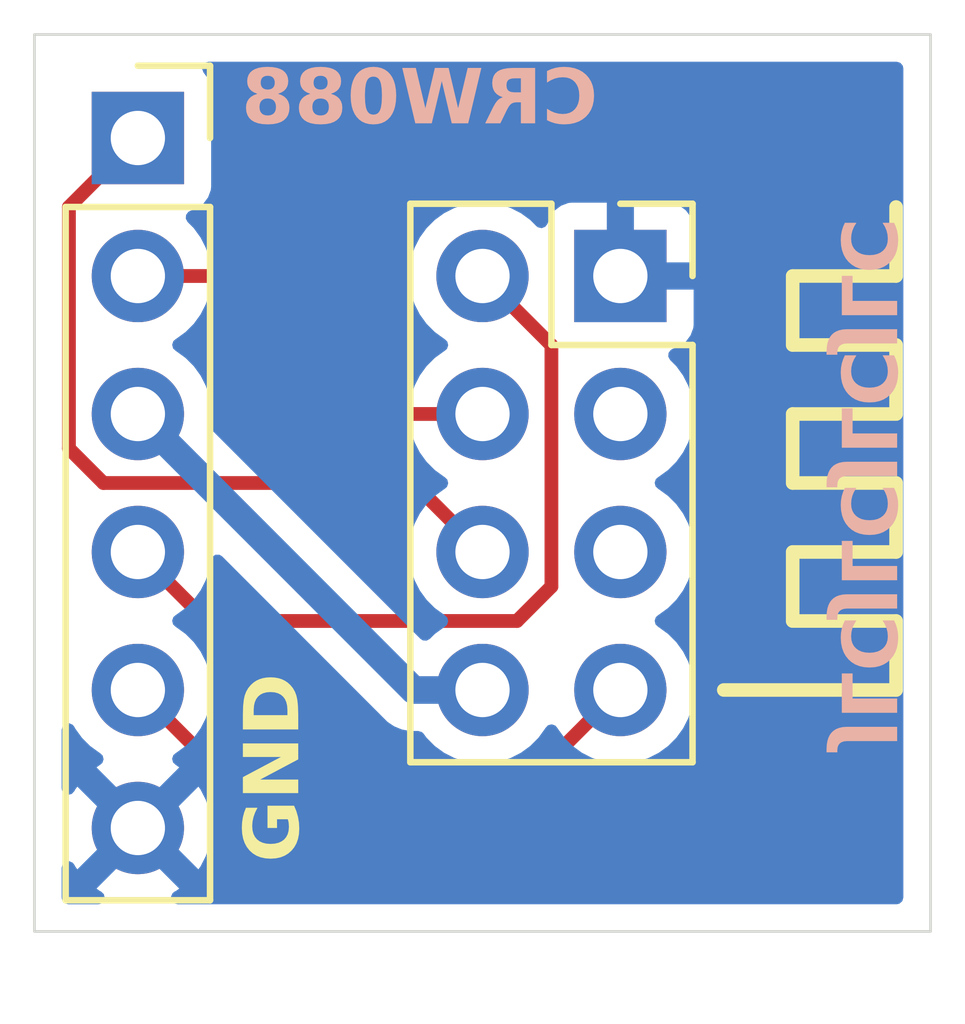
<source format=kicad_pcb>
(kicad_pcb (version 20241229) (generator "pcbnew") (generator_version "9.0")
  (layers (0 "F.Cu" signal) (2 "B.Cu" signal) (13 "F.Paste" user) (15 "B.Paste" user) (5 "F.SilkS" user "F.Silkscreen") (7 "B.SilkS" user "B.Silkscreen") (1 "F.Mask" user) (3 "B.Mask" user) (25 "Edge.Cuts" user))
  (net 0 "")
  (net 1 "/~{BOOT}")
  (net 2 "VCC")
  (net 3 "/RX")
  (net 4 "GND")
  (net 5 "/~{EN}")
  (net 6 "/TX")
  (footprint "Connector_PinSocket_2.54mm:PinSocket_2x04_P2.54mm_Vertical" (layer "F.Cu") (at 59.69 78.74)
    (property "Reference" "J2" (hide yes))
    (property "Value" "ESP")
    (fp_line (start -3.87 -1.33) (end -3.87 8.95) (stroke (width 0.12)) (layer "F.SilkS"))
    (fp_line (start -3.87 -1.33) (end -1.27 -1.33) (stroke (width 0.12)) (layer "F.SilkS"))
    (fp_line (start -3.87 8.95) (end 1.33 8.95) (stroke (width 0.12)) (layer "F.SilkS"))
    (fp_line (start -1.27 -1.33) (end -1.27 1.27) (stroke (width 0.12)) (layer "F.SilkS"))
    (fp_line (start -1.27 1.27) (end 1.33 1.27) (stroke (width 0.12)) (layer "F.SilkS"))
    (fp_line (start 0 -1.33) (end 1.33 -1.33) (stroke (width 0.12)) (layer "F.SilkS"))
    (fp_line (start 1.33 -1.33) (end 1.33 0) (stroke (width 0.12)) (layer "F.SilkS"))
    (fp_line (start 1.33 1.27) (end 1.33 8.95) (stroke (width 0.12)) (layer "F.SilkS"))
    (pad "1" thru_hole rect (at 0 0) (size 1.7 1.7) (drill 1) (layers "*.Cu" "*.Mask") (net 4 "GND"))
    (pad "2" thru_hole circle (at -2.54 0) (size 1.7 1.7) (drill 1) (layers "*.Cu" "*.Mask") (net 6 "/TX"))
    (pad "3" thru_hole circle (at 0 2.54) (size 1.7 1.7) (drill 1) (layers "*.Cu" "*.Mask"))
    (pad "4" thru_hole circle (at -2.54 2.54) (size 1.7 1.7) (drill 1) (layers "*.Cu" "*.Mask") (net 5 "/~{EN}"))
    (pad "5" thru_hole circle (at 0 5.08) (size 1.7 1.7) (drill 1) (layers "*.Cu" "*.Mask"))
    (pad "6" thru_hole circle (at -2.54 5.08) (size 1.7 1.7) (drill 1) (layers "*.Cu" "*.Mask") (net 1 "/~{BOOT}"))
    (pad "7" thru_hole circle (at 0 7.62) (size 1.7 1.7) (drill 1) (layers "*.Cu" "*.Mask") (net 3 "/RX"))
    (pad "8" thru_hole circle (at -2.54 7.62) (size 1.7 1.7) (drill 1) (layers "*.Cu" "*.Mask") (net 2 "VCC"))
  )
  (footprint "Connector_PinSocket_2.54mm:PinSocket_1x06_P2.54mm_Vertical" (layer "F.Cu") (at 50.8 76.2)
    (property "Reference" "J1" (hide yes))
    (property "Value" "FTDI")
    (fp_line (start -1.33 1.27) (end -1.33 14.03) (stroke (width 0.12)) (layer "F.SilkS"))
    (fp_line (start -1.33 1.27) (end 1.33 1.27) (stroke (width 0.12)) (layer "F.SilkS"))
    (fp_line (start -1.33 14.03) (end 1.33 14.03) (stroke (width 0.12)) (layer "F.SilkS"))
    (fp_line (start 0 -1.33) (end 1.33 -1.33) (stroke (width 0.12)) (layer "F.SilkS"))
    (fp_line (start 1.33 -1.33) (end 1.33 0) (stroke (width 0.12)) (layer "F.SilkS"))
    (fp_line (start 1.33 1.27) (end 1.33 14.03) (stroke (width 0.12)) (layer "F.SilkS"))
    (pad "1" thru_hole rect (at 0 0) (size 1.7 1.7) (drill 1) (layers "*.Cu" "*.Mask") (net 1 "/~{BOOT}"))
    (pad "2" thru_hole circle (at 0 2.54) (size 1.7 1.7) (drill 1) (layers "*.Cu" "*.Mask") (net 5 "/~{EN}"))
    (pad "3" thru_hole circle (at 0 5.08) (size 1.7 1.7) (drill 1) (layers "*.Cu" "*.Mask") (net 2 "VCC"))
    (pad "4" thru_hole circle (at 0 7.62) (size 1.7 1.7) (drill 1) (layers "*.Cu" "*.Mask") (net 6 "/TX"))
    (pad "5" thru_hole circle (at 0 10.16) (size 1.7 1.7) (drill 1) (layers "*.Cu" "*.Mask") (net 3 "/RX"))
    (pad "6" thru_hole circle (at 0 12.7) (size 1.7 1.7) (drill 1) (layers "*.Cu" "*.Mask") (net 4 "GND"))
  )
  (gr_line (start 62.865 78.74) (end 64.77 78.74) (stroke (width 0.25)) (layer "F.SilkS"))
  (gr_line (start 64.77 83.82) (end 64.77 82.55) (stroke (width 0.25)) (layer "F.SilkS"))
  (gr_line (start 62.865 80.01) (end 62.865 78.74) (stroke (width 0.25)) (layer "F.SilkS"))
  (gr_line (start 64.77 78.74) (end 64.77 77.47) (stroke (width 0.25)) (layer "F.SilkS"))
  (gr_line (start 64.77 86.36) (end 64.77 85.09) (stroke (width 0.25)) (layer "F.SilkS"))
  (gr_line (start 64.77 85.09) (end 62.865 85.09) (stroke (width 0.25)) (layer "F.SilkS"))
  (gr_line (start 62.865 85.09) (end 62.865 83.82) (stroke (width 0.25)) (layer "F.SilkS"))
  (gr_line (start 61.595 86.36) (end 64.77 86.36) (stroke (width 0.25)) (layer "F.SilkS"))
  (gr_line (start 62.865 83.82) (end 64.77 83.82) (stroke (width 0.25)) (layer "F.SilkS"))
  (gr_line (start 62.865 81.28) (end 64.77 81.28) (stroke (width 0.25)) (layer "F.SilkS"))
  (gr_line (start 64.77 82.55) (end 62.865 82.55) (stroke (width 0.25)) (layer "F.SilkS"))
  (gr_line (start 64.77 80.01) (end 62.865 80.01) (stroke (width 0.25)) (layer "F.SilkS"))
  (gr_line (start 64.77 81.28) (end 64.77 80.01) (stroke (width 0.25)) (layer "F.SilkS"))
  (gr_line (start 62.865 82.55) (end 62.865 81.28) (stroke (width 0.25)) (layer "F.SilkS"))
  (gr_rect (start 48.895 74.295) (end 65.405 90.805) (stroke (width 0.05)) (fill no) (layer "Edge.Cuts"))
  (gr_text "GND" (at 53.34 89.535 90) (layer "F.SilkS") (effects (font (size 1 1) (thickness 0.25) (bold yes)) (justify left)))
  (gr_text "JLCJLCJLCJLC" (at 64.77 82.55 270) (layer "B.SilkS") (effects (font (size 1 1) (thickness 0.2) (bold yes)) (justify top mirror)))
  (gr_text "CRW088" (at 52.705 74.93 0) (layer "B.SilkS") (effects (font (size 1 1) (thickness 0.2) (bold yes)) (justify right top mirror)))
  (segment (start 49.53 77.47) (end 49.53 81.915) (width 0.254) (layer "F.Cu") (net 1))
  (segment (start 49.53 81.915) (end 50.165 82.55) (width 0.254) (layer "F.Cu") (net 1))
  (segment (start 50.8 76.2) (end 49.53 77.47) (width 0.254) (layer "F.Cu") (net 1))
  (segment (start 55.875001 82.55) (end 57.145 83.819999) (width 0.254) (layer "F.Cu") (net 1))
  (segment (start 50.165 82.55) (end 55.875001 82.55) (width 0.254) (layer "F.Cu") (net 1))
  (segment (start 57.145 86.36) (end 55.88 86.36) (width 0.508) (layer "B.Cu") (net 2))
  (segment (start 55.88 86.36) (end 50.8 81.28) (width 0.508) (layer "B.Cu") (net 2))
  (segment (start 57.78 88.265) (end 52.705 88.265) (width 0.254) (layer "F.Cu") (net 3))
  (segment (start 52.705 88.265) (end 50.8 86.36) (width 0.254) (layer "F.Cu") (net 3))
  (segment (start 59.685 86.36) (end 57.78 88.265) (width 0.254) (layer "F.Cu") (net 3))
  (segment (start 50.8 78.74) (end 52.705 78.74) (width 0.254) (layer "F.Cu") (net 5))
  (segment (start 55.245 81.28) (end 57.145 81.28) (width 0.254) (layer "F.Cu") (net 5))
  (segment (start 52.705 78.74) (end 55.245 81.28) (width 0.254) (layer "F.Cu") (net 5))
  (segment (start 52.07 85.09) (end 50.8 83.82) (width 0.254) (layer "F.Cu") (net 6))
  (segment (start 58.42 84.455) (end 57.785 85.09) (width 0.254) (layer "F.Cu") (net 6))
  (segment (start 57.145 78.74) (end 58.42 80.015) (width 0.254) (layer "F.Cu") (net 6))
  (segment (start 57.785 85.09) (end 52.07 85.09) (width 0.254) (layer "F.Cu") (net 6))
  (segment (start 58.42 80.015) (end 58.42 84.455) (width 0.254) (layer "F.Cu") (net 6))
  (zone (net 4) (net_name "GND") (layer "B.Cu") (connect_pads (clearance 0.5)) (min_thickness 0.25) (fill yes (thermal_gap 0.5) (thermal_bridge_width 0.5))
    (polygon (pts (xy 48.26 73.66) (xy 66.04 73.66) (xy 66.04 91.44) (xy 48.26 91.44)))
  )
)
</source>
